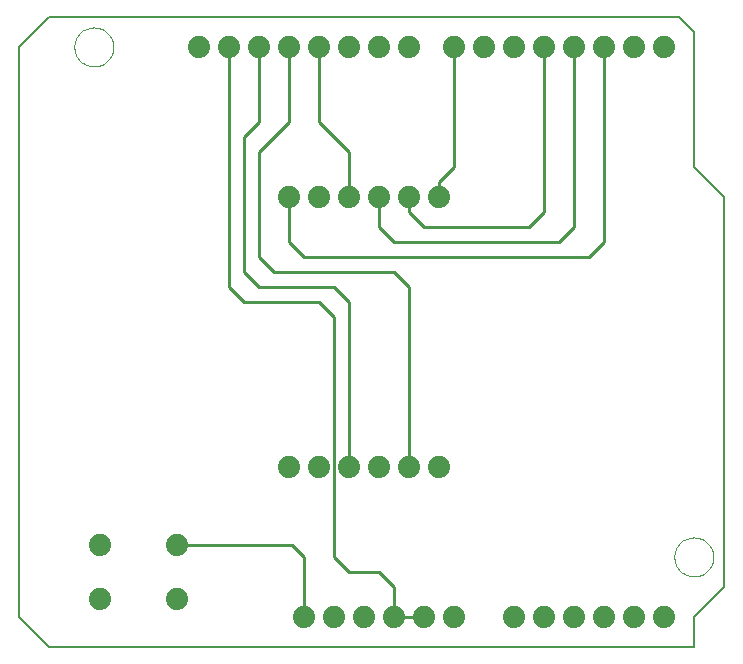
<source format=gtl>
G75*
G70*
%OFA0B0*%
%FSLAX24Y24*%
%IPPOS*%
%LPD*%
%AMOC8*
5,1,8,0,0,1.08239X$1,22.5*
%
%ADD10C,0.0080*%
%ADD11C,0.0740*%
%ADD12C,0.0000*%
%ADD13C,0.0100*%
D10*
X015833Y006000D02*
X015833Y025000D01*
X016833Y026000D01*
X037833Y026000D01*
X038333Y025500D01*
X038333Y021000D01*
X039333Y020000D01*
X039333Y007000D01*
X038333Y006000D01*
X038333Y005000D01*
X016833Y005000D01*
X015833Y006000D01*
D11*
X018553Y006610D03*
X021113Y006610D03*
X021113Y008390D03*
X018553Y008390D03*
X024833Y011000D03*
X025833Y011000D03*
X026833Y011000D03*
X027833Y011000D03*
X028833Y011000D03*
X029833Y011000D03*
X029333Y006000D03*
X030333Y006000D03*
X028333Y006000D03*
X027333Y006000D03*
X026333Y006000D03*
X025333Y006000D03*
X032333Y006000D03*
X033333Y006000D03*
X034333Y006000D03*
X035333Y006000D03*
X036333Y006000D03*
X037333Y006000D03*
X029833Y020000D03*
X028833Y020000D03*
X027833Y020000D03*
X026833Y020000D03*
X025833Y020000D03*
X024833Y020000D03*
X024833Y025000D03*
X023833Y025000D03*
X022833Y025000D03*
X021833Y025000D03*
X025833Y025000D03*
X026833Y025000D03*
X027833Y025000D03*
X028833Y025000D03*
X030333Y025000D03*
X031333Y025000D03*
X032333Y025000D03*
X033333Y025000D03*
X034333Y025000D03*
X035333Y025000D03*
X036333Y025000D03*
X037333Y025000D03*
D12*
X017683Y025000D02*
X017685Y025050D01*
X017691Y025100D01*
X017701Y025150D01*
X017714Y025198D01*
X017731Y025246D01*
X017752Y025292D01*
X017776Y025336D01*
X017804Y025378D01*
X017835Y025418D01*
X017869Y025455D01*
X017906Y025490D01*
X017945Y025521D01*
X017986Y025550D01*
X018030Y025575D01*
X018076Y025597D01*
X018123Y025615D01*
X018171Y025629D01*
X018220Y025640D01*
X018270Y025647D01*
X018320Y025650D01*
X018371Y025649D01*
X018421Y025644D01*
X018471Y025635D01*
X018519Y025623D01*
X018567Y025606D01*
X018613Y025586D01*
X018658Y025563D01*
X018701Y025536D01*
X018741Y025506D01*
X018779Y025473D01*
X018814Y025437D01*
X018847Y025398D01*
X018876Y025357D01*
X018902Y025314D01*
X018925Y025269D01*
X018944Y025222D01*
X018959Y025174D01*
X018971Y025125D01*
X018979Y025075D01*
X018983Y025025D01*
X018983Y024975D01*
X018979Y024925D01*
X018971Y024875D01*
X018959Y024826D01*
X018944Y024778D01*
X018925Y024731D01*
X018902Y024686D01*
X018876Y024643D01*
X018847Y024602D01*
X018814Y024563D01*
X018779Y024527D01*
X018741Y024494D01*
X018701Y024464D01*
X018658Y024437D01*
X018613Y024414D01*
X018567Y024394D01*
X018519Y024377D01*
X018471Y024365D01*
X018421Y024356D01*
X018371Y024351D01*
X018320Y024350D01*
X018270Y024353D01*
X018220Y024360D01*
X018171Y024371D01*
X018123Y024385D01*
X018076Y024403D01*
X018030Y024425D01*
X017986Y024450D01*
X017945Y024479D01*
X017906Y024510D01*
X017869Y024545D01*
X017835Y024582D01*
X017804Y024622D01*
X017776Y024664D01*
X017752Y024708D01*
X017731Y024754D01*
X017714Y024802D01*
X017701Y024850D01*
X017691Y024900D01*
X017685Y024950D01*
X017683Y025000D01*
X037683Y008000D02*
X037685Y008050D01*
X037691Y008100D01*
X037701Y008150D01*
X037714Y008198D01*
X037731Y008246D01*
X037752Y008292D01*
X037776Y008336D01*
X037804Y008378D01*
X037835Y008418D01*
X037869Y008455D01*
X037906Y008490D01*
X037945Y008521D01*
X037986Y008550D01*
X038030Y008575D01*
X038076Y008597D01*
X038123Y008615D01*
X038171Y008629D01*
X038220Y008640D01*
X038270Y008647D01*
X038320Y008650D01*
X038371Y008649D01*
X038421Y008644D01*
X038471Y008635D01*
X038519Y008623D01*
X038567Y008606D01*
X038613Y008586D01*
X038658Y008563D01*
X038701Y008536D01*
X038741Y008506D01*
X038779Y008473D01*
X038814Y008437D01*
X038847Y008398D01*
X038876Y008357D01*
X038902Y008314D01*
X038925Y008269D01*
X038944Y008222D01*
X038959Y008174D01*
X038971Y008125D01*
X038979Y008075D01*
X038983Y008025D01*
X038983Y007975D01*
X038979Y007925D01*
X038971Y007875D01*
X038959Y007826D01*
X038944Y007778D01*
X038925Y007731D01*
X038902Y007686D01*
X038876Y007643D01*
X038847Y007602D01*
X038814Y007563D01*
X038779Y007527D01*
X038741Y007494D01*
X038701Y007464D01*
X038658Y007437D01*
X038613Y007414D01*
X038567Y007394D01*
X038519Y007377D01*
X038471Y007365D01*
X038421Y007356D01*
X038371Y007351D01*
X038320Y007350D01*
X038270Y007353D01*
X038220Y007360D01*
X038171Y007371D01*
X038123Y007385D01*
X038076Y007403D01*
X038030Y007425D01*
X037986Y007450D01*
X037945Y007479D01*
X037906Y007510D01*
X037869Y007545D01*
X037835Y007582D01*
X037804Y007622D01*
X037776Y007664D01*
X037752Y007708D01*
X037731Y007754D01*
X037714Y007802D01*
X037701Y007850D01*
X037691Y007900D01*
X037685Y007950D01*
X037683Y008000D01*
D13*
X029333Y006000D02*
X028333Y006000D01*
X028333Y007000D01*
X027833Y007500D01*
X026833Y007500D01*
X026333Y008000D01*
X026333Y016000D01*
X025833Y016500D01*
X023333Y016500D01*
X022833Y017000D01*
X022833Y025000D01*
X023833Y025000D02*
X023833Y022500D01*
X023333Y022000D01*
X023333Y017500D01*
X023833Y017000D01*
X026333Y017000D01*
X026833Y016500D01*
X026833Y011000D01*
X028833Y011000D02*
X028833Y017000D01*
X028333Y017500D01*
X024333Y017500D01*
X023833Y018000D01*
X023833Y021500D01*
X024833Y022500D01*
X024833Y025000D01*
X025833Y025000D02*
X025833Y022500D01*
X026833Y021500D01*
X026833Y020000D01*
X027833Y020000D02*
X027833Y019000D01*
X028333Y018500D01*
X033833Y018500D01*
X034333Y019000D01*
X034333Y025000D01*
X033333Y025000D02*
X033333Y019500D01*
X032833Y019000D01*
X029333Y019000D01*
X028833Y019500D01*
X028833Y020000D01*
X029833Y020000D02*
X029833Y020500D01*
X030333Y021000D01*
X030333Y025000D01*
X035333Y025000D02*
X035333Y018500D01*
X034833Y018000D01*
X025333Y018000D01*
X024833Y018500D01*
X024833Y020000D01*
X024943Y008390D02*
X021113Y008390D01*
X024943Y008390D02*
X025333Y008000D01*
X025333Y006000D01*
M02*

</source>
